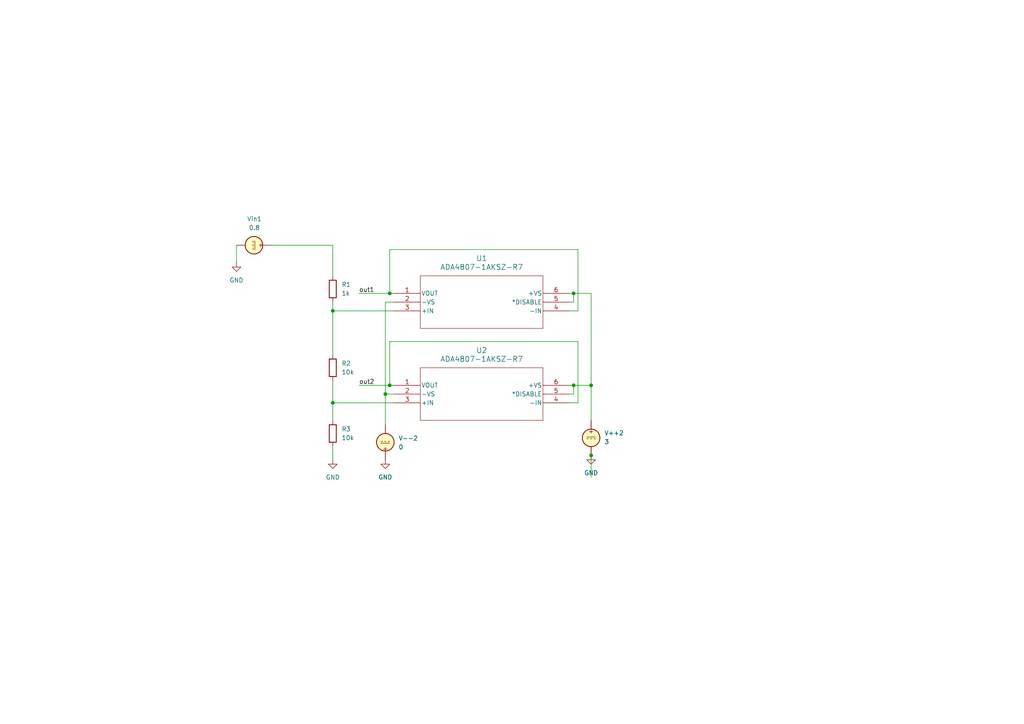
<source format=kicad_sch>
(kicad_sch (version 20231120) (generator "eeschema") (generator_version "8.0")
  (paper "A4")
  (lib_symbols
    (symbol "Device:R" (pin_numbers hide) (pin_names (offset 0))
      (property "Reference" "R" (at 2.032 0 90))
      (property "Value" "R" (at 0 0 90))
      (symbol "R_0_1"
        (rectangle (start -1.016 -2.54) (end 1.016 2.54) (stroke (width 0.254)))
      )
      (symbol "R_1_1"
        (pin passive line (at 0 3.81 270) (length 1.27) (name "~") (number "1"))
        (pin passive line (at 0 -3.81 90) (length 1.27) (name "~") (number "2"))
      )
    )
    (symbol "Opamp:ADA4807-1AKSZ-R7" (pin_names (offset 0.254))
      (property "Reference" "U" (at 25.4 10.16 0))
      (property "Value" "ADA4807-1AKSZ-R7" (at 25.4 7.62 0))
      (symbol "ADA4807-1AKSZ-R7_0_1"
        (polyline (pts (xy 7.62 -10.16) (xy 43.18 -10.16)) (stroke (width 0.127)))
        (polyline (pts (xy 7.62 5.08) (xy 7.62 -10.16)) (stroke (width 0.127)))
        (polyline (pts (xy 43.18 -10.16) (xy 43.18 5.08)) (stroke (width 0.127)))
        (polyline (pts (xy 43.18 5.08) (xy 7.62 5.08)) (stroke (width 0.127)))
        (pin power_in line (at 0 0 0) (length 7.62) (name "VOUT") (number "1"))
        (pin power_in line (at 0 -2.54 0) (length 7.62) (name "-VS") (number "2"))
        (pin input line (at 0 -5.08 0) (length 7.62) (name "+IN") (number "3"))
        (pin input line (at 50.8 -5.08 180) (length 7.62) (name "-IN") (number "4"))
        (pin unspecified line (at 50.8 -2.54 180) (length 7.62) (name "*DISABLE") (number "5"))
        (pin power_in line (at 50.8 0 180) (length 7.62) (name "+VS") (number "6"))
      )
    )
    (symbol "Simulation_SPICE:VDC" (pin_numbers hide) (pin_names (offset 0.0254))
      (property "Reference" "V" (at 2.54 2.54 0))
      (property "Value" "1" (at 2.54 0 0))
      (symbol "VDC_0_0"
        (polyline (pts (xy -1.27 0.254) (xy 1.27 0.254)))
        (polyline (pts (xy -0.762 -0.254) (xy -1.27 -0.254)))
        (polyline (pts (xy 0.254 -0.254) (xy -0.254 -0.254)))
        (polyline (pts (xy 1.27 -0.254) (xy 0.762 -0.254)))
        (text "+" (at 0 1.905 0) (effects (font (size 1.27 1.27))))
      )
      (symbol "VDC_0_1"
        (circle (center 0 0) (radius 2.54) (stroke (width 0.254)) (fill (type background)))
      )
      (symbol "VDC_1_1"
        (pin passive line (at 0 5.08 270) (length 2.54) (name "~") (number "1"))
        (pin passive line (at 0 -5.08 90) (length 2.54) (name "~") (number "2"))
      )
    )
    (symbol "power:GND" (power) (pin_numbers hide) (pin_names (offset 0) hide)
      (property "Value" "GND" (at 0 -3.81 0))
      (symbol "GND_0_1"
        (polyline (pts (xy 0 0) (xy 0 -1.27) (xy 1.27 -1.27) (xy 0 -2.54) (xy -1.27 -1.27) (xy 0 -1.27)))
      )
      (symbol "GND_1_1"
        (pin power_in line (at 0 0 270) (length 0) (name "~") (number "1"))
      )
    )
  )
  (junction (at 96.52 90.17))
  (junction (at 113.03 85.09))
  (junction (at 166.37 111.76))
  (junction (at 113.03 111.76))
  (junction (at 171.45 111.76))
  (junction (at 171.45 132.08))
  (junction (at 166.37 85.09))
  (junction (at 111.76 114.3))
  (junction (at 96.52 116.84))
  (wire (pts (xy 111.76 114.3) (xy 114.3 114.3)))
  (wire (pts (xy 166.37 111.76) (xy 166.37 114.3)))
  (wire (pts (xy 96.52 129.54) (xy 96.52 133.35)))
  (wire (pts (xy 165.1 85.09) (xy 166.37 85.09)))
  (wire (pts (xy 96.52 71.12) (xy 96.52 80.01)))
  (wire (pts (xy 167.64 72.39) (xy 113.03 72.39)))
  (wire (pts (xy 166.37 111.76) (xy 171.45 111.76)))
  (wire (pts (xy 167.64 90.17) (xy 167.64 72.39)))
  (wire (pts (xy 96.52 71.12) (xy 78.74 71.12)))
  (wire (pts (xy 111.76 87.63) (xy 114.3 87.63)))
  (wire (pts (xy 165.1 114.3) (xy 166.37 114.3)))
  (wire (pts (xy 96.52 90.17) (xy 96.52 102.87)))
  (wire (pts (xy 167.64 116.84) (xy 167.64 99.06)))
  (wire (pts (xy 96.52 110.49) (xy 96.52 116.84)))
  (wire (pts (xy 171.45 85.09) (xy 171.45 111.76)))
  (wire (pts (xy 104.14 111.76) (xy 113.03 111.76)))
  (wire (pts (xy 166.37 85.09) (xy 166.37 87.63)))
  (wire (pts (xy 68.58 71.12) (xy 68.58 76.2)))
  (wire (pts (xy 104.14 85.09) (xy 113.03 85.09)))
  (wire (pts (xy 166.37 85.09) (xy 171.45 85.09)))
  (wire (pts (xy 96.52 87.63) (xy 96.52 90.17)))
  (wire (pts (xy 165.1 87.63) (xy 166.37 87.63)))
  (wire (pts (xy 111.76 114.3) (xy 111.76 123.19)))
  (wire (pts (xy 171.45 132.08) (xy 171.45 138.43)))
  (wire (pts (xy 113.03 72.39) (xy 113.03 85.09)))
  (wire (pts (xy 165.1 116.84) (xy 167.64 116.84)))
  (wire (pts (xy 113.03 99.06) (xy 113.03 111.76)))
  (wire (pts (xy 113.03 111.76) (xy 114.3 111.76)))
  (wire (pts (xy 111.76 87.63) (xy 111.76 114.3)))
  (wire (pts (xy 113.03 85.09) (xy 114.3 85.09)))
  (wire (pts (xy 96.52 90.17) (xy 114.3 90.17)))
  (wire (pts (xy 165.1 90.17) (xy 167.64 90.17)))
  (wire (pts (xy 167.64 99.06) (xy 113.03 99.06)))
  (wire (pts (xy 96.52 116.84) (xy 114.3 116.84)))
  (wire (pts (xy 165.1 111.76) (xy 166.37 111.76)))
  (wire (pts (xy 96.52 116.84) (xy 96.52 121.92)))
  (wire (pts (xy 171.45 111.76) (xy 171.45 121.92)))
  (label "out1" (at 104.14 85.09 0))
  (label "out2" (at 104.14 111.76 0))
  (symbol (lib_id "power:GND") (at 68.58 76.2 0) (unit 1)
    (property "Reference" "#PWR01" (effects (hide yes)))
    (property "Value" "GND" (at 68.58 81.28 0))
    (property "Description" "Power symbol creates a global label with name \"GND\" , ground" (effects (hide yes)))
  )
  (symbol (lib_id "power:GND") (at 171.45 132.08 0) (unit 1)
    (property "Reference" "#PWR07" (effects (hide yes)))
    (property "Value" "GND" (at 171.45 137.16 0))
    (property "Description" "Power symbol creates a global label with name \"GND\" , ground" (effects (hide yes)))
  )
  (symbol (lib_id "Device:R") (at 96.52 83.82 0) (unit 1)
    (property "Reference" "R1" (at 99.06 82.5499 0) (effects (justify left)))
    (property "Value" "1k" (at 99.06 85.0899 0) (effects (justify left)))
    (property "Description" "Resistor" (effects (hide yes)))
  )
  (symbol (lib_id "Device:R") (at 96.52 125.73 0) (unit 1)
    (property "Reference" "R3" (at 99.06 124.4599 0) (effects (justify left)))
    (property "Value" "10k" (at 99.06 126.9999 0) (effects (justify left)))
    (property "Description" "Resistor" (effects (hide yes)))
  )
  (symbol (lib_id "power:GND") (at 96.52 133.35 0) (unit 1)
    (property "Reference" "#PWR05" (effects (hide yes)))
    (property "Value" "GND" (at 96.52 138.43 0))
    (property "Description" "Power symbol creates a global label with name \"GND\" , ground" (effects (hide yes)))
  )
  (symbol (lib_id "Device:R") (at 96.52 106.68 0) (unit 1)
    (property "Reference" "R2" (at 99.06 105.4099 0) (effects (justify left)))
    (property "Value" "10k" (at 99.06 107.9499 0) (effects (justify left)))
    (property "Description" "Resistor" (effects (hide yes)))
  )
  (symbol (lib_id "Opamp:ADA4807-1AKSZ-R7") (at 114.3 111.76 0) (unit 1)
    (property "Reference" "U2" (at 139.7 101.6 0) (effects (font (size 1.524 1.524))))
    (property "Value" "ADA4807-1AKSZ-R7" (at 139.7 104.14 0) (effects (font (size 1.524 1.524))))
    (property "Footprint" "KS-6_ADI" (effects (hide yes)))
    (property "Datasheet" "ADA4807-1AKSZ-R7" (effects (hide yes)))
    (property "Sim.Library" "/home/maxwell/github-repos/sp-24-EE628/6_Test/2_PCB/test_board_1/TestBoardEDA/models/ADA4807.cir" (effects (hide yes)))
    (property "Sim.Name" "ADA4807" (effects (hide yes)))
    (property "Sim.Device" "SUBCKT" (effects (hide yes)))
    (property "Sim.Pins" "1=104 2=103 3=100 4=101 5=106 6=102" (effects (hide yes)))
  )
  (symbol (lib_id "Simulation_SPICE:VDC") (at 73.66 71.12 270) (unit 1)
    (property "Reference" "Vin1" (at 73.7898 63.5 90))
    (property "Value" "0.8" (at 73.7898 66.04 90))
    (property "Datasheet" "https://ngspice.sourceforge.io/docs/ngspice-html-manual/manual.xhtml#sec_Independent_Sources_for" (effects (hide yes)))
    (property "Description" "Voltage source, DC" (effects (hide yes)))
    (property "Sim.Pins" "1=+ 2=-" (effects (hide yes)))
    (property "Sim.Type" "DC" (effects (hide yes)))
    (property "Sim.Device" "V" (effects (hide yes)))
  )
  (symbol (lib_id "Simulation_SPICE:VDC") (at 111.76 128.27 180) (unit 1)
    (property "Reference" "V--2" (at 115.57 127.1297 0) (effects (justify right)))
    (property "Value" "0" (at 115.57 129.6697 0) (effects (justify right)))
    (property "Datasheet" "https://ngspice.sourceforge.io/docs/ngspice-html-manual/manual.xhtml#sec_Independent_Sources_for" (effects (hide yes)))
    (property "Description" "Voltage source, DC" (effects (hide yes)))
    (property "Sim.Pins" "1=+ 2=-" (effects (hide yes)))
    (property "Sim.Type" "DC" (effects (hide yes)))
    (property "Sim.Device" "V" (effects (hide yes)))
  )
  (symbol (lib_id "Opamp:ADA4807-1AKSZ-R7") (at 114.3 85.09 0) (unit 1)
    (property "Reference" "U1" (at 139.7 74.93 0) (effects (font (size 1.524 1.524))))
    (property "Value" "ADA4807-1AKSZ-R7" (at 139.7 77.47 0) (effects (font (size 1.524 1.524))))
    (property "Footprint" "KS-6_ADI" (effects (hide yes)))
    (property "Datasheet" "ADA4807-1AKSZ-R7" (effects (hide yes)))
    (property "Sim.Library" "/home/maxwell/github-repos/sp-24-EE628/6_Test/2_PCB/test_board_1/TestBoardEDA/models/ADA4807.cir" (effects (hide yes)))
    (property "Sim.Name" "ADA4807" (effects (hide yes)))
    (property "Sim.Device" "SUBCKT" (effects (hide yes)))
    (property "Sim.Pins" "1=104 2=103 3=100 4=101 5=106 6=102" (effects (hide yes)))
  )
  (symbol (lib_id "Simulation_SPICE:VDC") (at 171.45 127 0) (unit 1)
    (property "Reference" "V++2" (at 175.26 125.6001 0) (effects (justify left)))
    (property "Value" "3" (at 175.26 128.1401 0) (effects (justify left)))
    (property "Datasheet" "https://ngspice.sourceforge.io/docs/ngspice-html-manual/manual.xhtml#sec_Independent_Sources_for" (effects (hide yes)))
    (property "Description" "Voltage source, DC" (effects (hide yes)))
    (property "Sim.Pins" "1=+ 2=-" (effects (hide yes)))
    (property "Sim.Type" "DC" (effects (hide yes)))
    (property "Sim.Device" "V" (effects (hide yes)))
  )
  (symbol (lib_id "power:GND") (at 111.76 133.35 0) (unit 1)
    (property "Reference" "#PWR06" (effects (hide yes)))
    (property "Value" "GND" (at 111.76 138.43 0))
    (property "Description" "Power symbol creates a global label with name \"GND\" , ground" (effects (hide yes)))
  )
)
</source>
